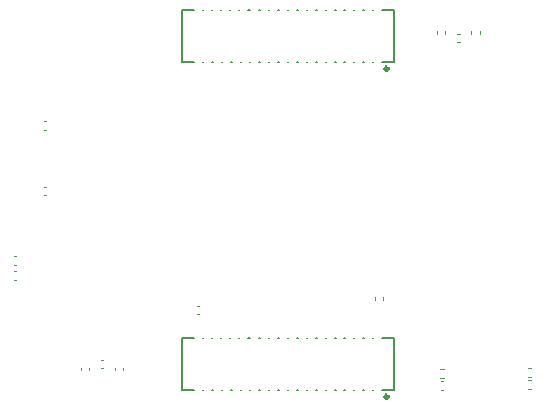
<source format=gbr>
%TF.GenerationSoftware,KiCad,Pcbnew,(6.0.4)*%
%TF.CreationDate,2023-02-01T13:33:48+08:00*%
%TF.ProjectId,Core_M4,436f7265-5f4d-4342-9e6b-696361645f70,rev?*%
%TF.SameCoordinates,Original*%
%TF.FileFunction,Legend,Bot*%
%TF.FilePolarity,Positive*%
%FSLAX46Y46*%
G04 Gerber Fmt 4.6, Leading zero omitted, Abs format (unit mm)*
G04 Created by KiCad (PCBNEW (6.0.4)) date 2023-02-01 13:33:48*
%MOMM*%
%LPD*%
G01*
G04 APERTURE LIST*
%ADD10C,0.120000*%
%ADD11C,0.152000*%
%ADD12C,0.300000*%
G04 APERTURE END LIST*
D10*
%TO.C,C29*%
X37632164Y-73160000D02*
X37847836Y-73160000D01*
X37632164Y-73880000D02*
X37847836Y-73880000D01*
%TO.C,C9*%
X44030000Y-82837836D02*
X44030000Y-82622164D01*
X43310000Y-82837836D02*
X43310000Y-82622164D01*
%TO.C,C24*%
X81192164Y-84390000D02*
X81407836Y-84390000D01*
X81192164Y-83670000D02*
X81407836Y-83670000D01*
%TO.C,R4*%
X81453641Y-82650000D02*
X81146359Y-82650000D01*
X81453641Y-83410000D02*
X81146359Y-83410000D01*
%TO.C,R3*%
X73766359Y-83490000D02*
X74073641Y-83490000D01*
X73766359Y-82730000D02*
X74073641Y-82730000D01*
%TO.C,C27*%
X40172164Y-62450000D02*
X40387836Y-62450000D01*
X40172164Y-61730000D02*
X40387836Y-61730000D01*
%TO.C,C17*%
X68210000Y-76662164D02*
X68210000Y-76877836D01*
X68930000Y-76662164D02*
X68930000Y-76877836D01*
%TO.C,C26*%
X40387836Y-67300000D02*
X40172164Y-67300000D01*
X40387836Y-68020000D02*
X40172164Y-68020000D01*
%TO.C,C31*%
X37632164Y-75160000D02*
X37847836Y-75160000D01*
X37632164Y-74440000D02*
X37847836Y-74440000D01*
%TO.C,C2*%
X46900000Y-82827836D02*
X46900000Y-82612164D01*
X46180000Y-82827836D02*
X46180000Y-82612164D01*
D11*
%TO.C,CN2*%
X67280000Y-56740000D02*
X67240000Y-56740000D01*
X63240000Y-52340000D02*
X63280000Y-52340000D01*
X55180000Y-52340000D02*
X55190000Y-52340000D01*
X56880000Y-56740000D02*
X56840000Y-56740000D01*
X56720000Y-52340000D02*
X56730000Y-52340000D01*
X64840000Y-52340000D02*
X64880000Y-52340000D01*
X51910000Y-52340000D02*
X52880000Y-52340000D01*
X68080000Y-56740000D02*
X68040000Y-56740000D01*
X54410000Y-52340000D02*
X54420000Y-52340000D01*
X69810000Y-56740000D02*
X68840000Y-56740000D01*
X59240000Y-52340000D02*
X59280000Y-52340000D01*
X62440000Y-52340000D02*
X62480000Y-52340000D01*
X59280000Y-56740000D02*
X59240000Y-56740000D01*
X55280000Y-56740000D02*
X55240000Y-56740000D01*
X67240000Y-52340000D02*
X67280000Y-52340000D01*
X58440000Y-52340000D02*
X58480000Y-52340000D01*
X52880000Y-56740000D02*
X51910000Y-56740000D01*
X60880000Y-56740000D02*
X60840000Y-56740000D01*
X61680000Y-56740000D02*
X61640000Y-56740000D01*
X57490000Y-52340000D02*
X57680000Y-52340000D01*
X65680000Y-56740000D02*
X65640000Y-56740000D01*
X60080000Y-56740000D02*
X60040000Y-56740000D01*
X53680000Y-56740000D02*
X53640000Y-56740000D01*
X61640000Y-52340000D02*
X61680000Y-52340000D01*
X68040000Y-52340000D02*
X68080000Y-52340000D01*
X60040000Y-52340000D02*
X60080000Y-52340000D01*
X55950000Y-52340000D02*
X55960000Y-52340000D01*
X68840000Y-52340000D02*
X69810000Y-52340000D01*
X58480000Y-56740000D02*
X58440000Y-56740000D01*
X54480000Y-56740000D02*
X54440000Y-56740000D01*
X65640000Y-52340000D02*
X65680000Y-52340000D01*
X69810000Y-52340000D02*
X69810000Y-56740000D01*
X66480000Y-56740000D02*
X66440000Y-56740000D01*
X53640000Y-52340000D02*
X53650000Y-52340000D01*
X64080000Y-56740000D02*
X64040000Y-56740000D01*
X63280000Y-56740000D02*
X63240000Y-56740000D01*
X56080000Y-56740000D02*
X56040000Y-56740000D01*
X57680000Y-56740000D02*
X57640000Y-56740000D01*
X66440000Y-52340000D02*
X66480000Y-52340000D01*
X60840000Y-52340000D02*
X60880000Y-52340000D01*
X51910000Y-56740000D02*
X51910000Y-52340000D01*
X64040000Y-52340000D02*
X64080000Y-52340000D01*
X62480000Y-56740000D02*
X62440000Y-56740000D01*
X64880000Y-56740000D02*
X64840000Y-56740000D01*
D12*
X69360000Y-57291000D02*
G75*
G03*
X69360000Y-57291000I-150000J0D01*
G01*
D10*
%TO.C,C10*%
X44992164Y-82640000D02*
X45207836Y-82640000D01*
X44992164Y-81920000D02*
X45207836Y-81920000D01*
%TO.C,C13*%
X53142164Y-78080000D02*
X53357836Y-78080000D01*
X53142164Y-77360000D02*
X53357836Y-77360000D01*
D11*
%TO.C,CN1*%
X65640000Y-80110000D02*
X65680000Y-80110000D01*
X69810000Y-80110000D02*
X69810000Y-84510000D01*
X51910000Y-84510000D02*
X51910000Y-80110000D01*
X63240000Y-80110000D02*
X63280000Y-80110000D01*
X53640000Y-80110000D02*
X53650000Y-80110000D01*
X66480000Y-84510000D02*
X66440000Y-84510000D01*
X67240000Y-80110000D02*
X67280000Y-80110000D01*
X68040000Y-80110000D02*
X68080000Y-80110000D01*
X57680000Y-84510000D02*
X57640000Y-84510000D01*
X60040000Y-80110000D02*
X60080000Y-80110000D01*
X55180000Y-80110000D02*
X55190000Y-80110000D01*
X64880000Y-84510000D02*
X64840000Y-84510000D01*
X61680000Y-84510000D02*
X61640000Y-84510000D01*
X55280000Y-84510000D02*
X55240000Y-84510000D01*
X64080000Y-84510000D02*
X64040000Y-84510000D01*
X68840000Y-80110000D02*
X69810000Y-80110000D01*
X56080000Y-84510000D02*
X56040000Y-84510000D01*
X66440000Y-80110000D02*
X66480000Y-80110000D01*
X59280000Y-84510000D02*
X59240000Y-84510000D01*
X64040000Y-80110000D02*
X64080000Y-80110000D01*
X51910000Y-80110000D02*
X52880000Y-80110000D01*
X63280000Y-84510000D02*
X63240000Y-84510000D01*
X60080000Y-84510000D02*
X60040000Y-84510000D01*
X61640000Y-80110000D02*
X61680000Y-80110000D01*
X54480000Y-84510000D02*
X54440000Y-84510000D01*
X64840000Y-80110000D02*
X64880000Y-80110000D01*
X69810000Y-84510000D02*
X68840000Y-84510000D01*
X56880000Y-84510000D02*
X56840000Y-84510000D01*
X59240000Y-80110000D02*
X59280000Y-80110000D01*
X62440000Y-80110000D02*
X62480000Y-80110000D01*
X57490000Y-80110000D02*
X57680000Y-80110000D01*
X67280000Y-84510000D02*
X67240000Y-84510000D01*
X58480000Y-84510000D02*
X58440000Y-84510000D01*
X56720000Y-80110000D02*
X56730000Y-80110000D01*
X53680000Y-84510000D02*
X53640000Y-84510000D01*
X60880000Y-84510000D02*
X60840000Y-84510000D01*
X60840000Y-80110000D02*
X60880000Y-80110000D01*
X68080000Y-84510000D02*
X68040000Y-84510000D01*
X65680000Y-84510000D02*
X65640000Y-84510000D01*
X52880000Y-84510000D02*
X51910000Y-84510000D01*
X54410000Y-80110000D02*
X54420000Y-80110000D01*
X58440000Y-80110000D02*
X58480000Y-80110000D01*
X62480000Y-84510000D02*
X62440000Y-84510000D01*
X55950000Y-80110000D02*
X55960000Y-80110000D01*
D12*
X69360000Y-85061000D02*
G75*
G03*
X69360000Y-85061000I-150000J0D01*
G01*
D10*
%TO.C,C25*%
X73802164Y-83760000D02*
X74017836Y-83760000D01*
X73802164Y-84480000D02*
X74017836Y-84480000D01*
%TO.C,C36*%
X75382836Y-54340000D02*
X75167164Y-54340000D01*
X75382836Y-55060000D02*
X75167164Y-55060000D01*
%TO.C,C34*%
X74190000Y-54142164D02*
X74190000Y-54357836D01*
X73470000Y-54142164D02*
X73470000Y-54357836D01*
%TO.C,C35*%
X77080000Y-54142164D02*
X77080000Y-54357836D01*
X76360000Y-54142164D02*
X76360000Y-54357836D01*
%TD*%
M02*

</source>
